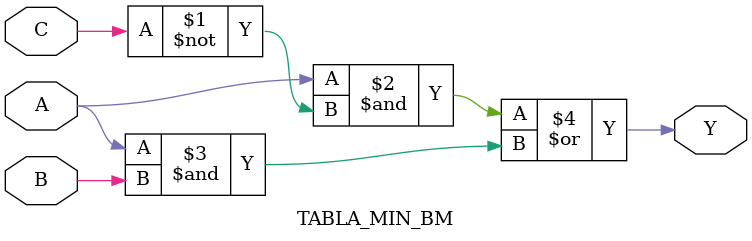
<source format=v>

module TABLA_SOP_GLM(input wire A, B, C, output wire Y);

wire w1, w2, w3, w4, w5;

not(w1, B);
not(w2, C);
and(w3, A,w1,w2);
and(w4, A,B,w2);
and(w5, A,B,C);
or(Y, w3,w4,w5);

endmodule


//Tabla SOP con Behavioral modelling
module TABLA_SOP_BM(input wire A, B, C, output wire Y);

assign Y = (A & ~B & ~C) | (A & B & ~C) | (A & B & C);

endmodule


//Tabla POS con Gate Level modeling
module TABLA_POS_GLM(input wire A,B,C, output wire Y);

wire q1, q2, q3, q4, q5, q6, q7, q8;

not(q1, A);
not(q2, B);
not(q3, C);
or(q4, A,B,C);
or(q5, A,B,q3);
or(q6, A,q2,C);
or(q7, A,q2,q3);
or(q8, q1,B,q3);
and(Y, q4,q5,q6,q7,q8);

endmodule


//Tabla POS con Behavioral Modelling
module TABLA_POS_BM(input wire A,B,C, output wire Y);

assign Y = (A | B | C) & (A | B | ~C) & (A | ~B | C) & (A | ~B | ~C) & (~A | B | ~C);

endmodule


// Tabla ecuación minimizada con Gate Level Modeling
module TABLA_MIN_GLM(input wire A,B,C, output wire Y);

wire s1, s2, s3;

not(s1, C);
and(s2, A,s1);
and(s3, A,B);
or(Y, s2,s3);

endmodule


// Tabla ecuación minimizada con Behavioral Modeling
module TABLA_MIN_BM(input wire A,B,C, output wire Y);

assign Y = (A & ~C) | (A & B);

endmodule

</source>
